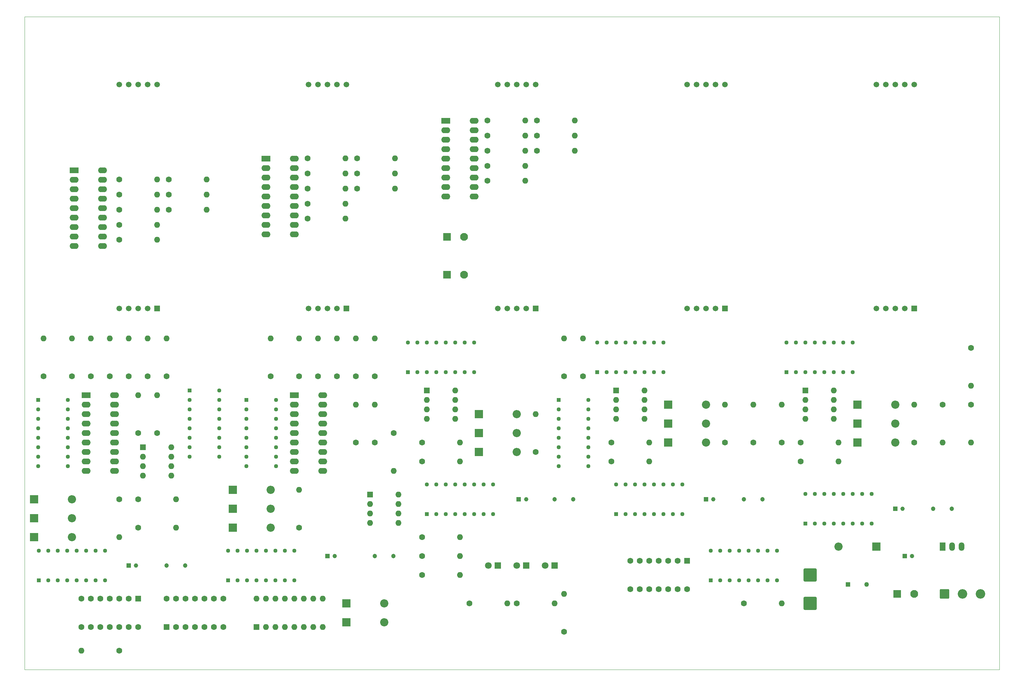
<source format=gtl>
G04 #@! TF.GenerationSoftware,KiCad,Pcbnew,(6.0.4)*
G04 #@! TF.CreationDate,2022-04-26T08:41:27+02:00*
G04 #@! TF.ProjectId,Kniffel_V1,4b6e6966-6665-46c5-9f56-312e6b696361,rev?*
G04 #@! TF.SameCoordinates,Original*
G04 #@! TF.FileFunction,Copper,L1,Top*
G04 #@! TF.FilePolarity,Positive*
%FSLAX46Y46*%
G04 Gerber Fmt 4.6, Leading zero omitted, Abs format (unit mm)*
G04 Created by KiCad (PCBNEW (6.0.4)) date 2022-04-26 08:41:27*
%MOMM*%
%LPD*%
G01*
G04 APERTURE LIST*
G04 Aperture macros list*
%AMRoundRect*
0 Rectangle with rounded corners*
0 $1 Rounding radius*
0 $2 $3 $4 $5 $6 $7 $8 $9 X,Y pos of 4 corners*
0 Add a 4 corners polygon primitive as box body*
4,1,4,$2,$3,$4,$5,$6,$7,$8,$9,$2,$3,0*
0 Add four circle primitives for the rounded corners*
1,1,$1+$1,$2,$3*
1,1,$1+$1,$4,$5*
1,1,$1+$1,$6,$7*
1,1,$1+$1,$8,$9*
0 Add four rect primitives between the rounded corners*
20,1,$1+$1,$2,$3,$4,$5,0*
20,1,$1+$1,$4,$5,$6,$7,0*
20,1,$1+$1,$6,$7,$8,$9,0*
20,1,$1+$1,$8,$9,$2,$3,0*%
G04 Aperture macros list end*
G04 #@! TA.AperFunction,Profile*
%ADD10C,0.100000*%
G04 #@! TD*
G04 #@! TA.AperFunction,ComponentPad*
%ADD11C,1.600000*%
G04 #@! TD*
G04 #@! TA.AperFunction,ComponentPad*
%ADD12O,1.600000X1.600000*%
G04 #@! TD*
G04 #@! TA.AperFunction,ComponentPad*
%ADD13RoundRect,0.250002X-1.499998X-1.499998X1.499998X-1.499998X1.499998X1.499998X-1.499998X1.499998X0*%
G04 #@! TD*
G04 #@! TA.AperFunction,ComponentPad*
%ADD14R,1.130000X1.130000*%
G04 #@! TD*
G04 #@! TA.AperFunction,ComponentPad*
%ADD15C,1.130000*%
G04 #@! TD*
G04 #@! TA.AperFunction,ComponentPad*
%ADD16RoundRect,0.250001X-0.799999X-0.799999X0.799999X-0.799999X0.799999X0.799999X-0.799999X0.799999X0*%
G04 #@! TD*
G04 #@! TA.AperFunction,ComponentPad*
%ADD17C,2.100000*%
G04 #@! TD*
G04 #@! TA.AperFunction,ComponentPad*
%ADD18R,2.400000X1.600000*%
G04 #@! TD*
G04 #@! TA.AperFunction,ComponentPad*
%ADD19O,2.400000X1.600000*%
G04 #@! TD*
G04 #@! TA.AperFunction,ComponentPad*
%ADD20R,2.200000X2.200000*%
G04 #@! TD*
G04 #@! TA.AperFunction,ComponentPad*
%ADD21O,2.200000X2.200000*%
G04 #@! TD*
G04 #@! TA.AperFunction,ComponentPad*
%ADD22R,1.600000X1.600000*%
G04 #@! TD*
G04 #@! TA.AperFunction,ComponentPad*
%ADD23C,1.200000*%
G04 #@! TD*
G04 #@! TA.AperFunction,ComponentPad*
%ADD24RoundRect,0.249999X-1.025001X-1.025001X1.025001X-1.025001X1.025001X1.025001X-1.025001X1.025001X0*%
G04 #@! TD*
G04 #@! TA.AperFunction,ComponentPad*
%ADD25C,2.550000*%
G04 #@! TD*
G04 #@! TA.AperFunction,ComponentPad*
%ADD26R,1.150000X1.150000*%
G04 #@! TD*
G04 #@! TA.AperFunction,ComponentPad*
%ADD27C,1.150000*%
G04 #@! TD*
G04 #@! TA.AperFunction,ComponentPad*
%ADD28R,1.500000X2.300000*%
G04 #@! TD*
G04 #@! TA.AperFunction,ComponentPad*
%ADD29O,1.500000X2.300000*%
G04 #@! TD*
G04 #@! TA.AperFunction,ComponentPad*
%ADD30R,1.275000X1.275000*%
G04 #@! TD*
G04 #@! TA.AperFunction,ComponentPad*
%ADD31C,1.275000*%
G04 #@! TD*
G04 #@! TA.AperFunction,ComponentPad*
%ADD32R,1.800000X1.800000*%
G04 #@! TD*
G04 #@! TA.AperFunction,ComponentPad*
%ADD33C,1.800000*%
G04 #@! TD*
G04 #@! TA.AperFunction,ComponentPad*
%ADD34R,1.500000X1.500000*%
G04 #@! TD*
G04 #@! TA.AperFunction,ComponentPad*
%ADD35C,1.500000*%
G04 #@! TD*
G04 APERTURE END LIST*
D10*
X289560000Y-20320000D02*
X289560000Y-195580000D01*
X27940000Y-20320000D02*
X289560000Y-20320000D01*
X27940000Y-195580000D02*
X27940000Y-20320000D01*
X289560000Y-195580000D02*
X27940000Y-195580000D01*
X289560000Y-180340000D02*
X289560000Y-180340000D01*
D11*
X152155000Y-60370000D03*
D12*
X162315000Y-60370000D03*
D11*
X66650000Y-64050000D03*
D12*
X76810000Y-64050000D03*
D11*
X93980000Y-116840000D03*
D12*
X93980000Y-106680000D03*
D13*
X238760000Y-170180000D03*
D11*
X185420000Y-134620000D03*
D12*
X195580000Y-134620000D03*
D11*
X106680000Y-116840000D03*
D12*
X106680000Y-106680000D03*
D14*
X87470000Y-123190000D03*
D15*
X87470000Y-125730000D03*
X87470000Y-128270000D03*
X87470000Y-130810000D03*
X87470000Y-133350000D03*
X87470000Y-135890000D03*
X87470000Y-138430000D03*
X87470000Y-140970000D03*
X95410000Y-140970000D03*
X95410000Y-138430000D03*
X95410000Y-135890000D03*
X95410000Y-133350000D03*
X95410000Y-130810000D03*
X95410000Y-128270000D03*
X95410000Y-125730000D03*
X95410000Y-123190000D03*
D16*
X141305000Y-89570000D03*
D17*
X145905000Y-89570000D03*
D11*
X101600000Y-157480000D03*
D12*
X101600000Y-147320000D03*
D18*
X100315000Y-121930000D03*
D19*
X100315000Y-124470000D03*
X100315000Y-127010000D03*
X100315000Y-129550000D03*
X100315000Y-132090000D03*
X100315000Y-134630000D03*
X100315000Y-137170000D03*
X100315000Y-139710000D03*
X100315000Y-142250000D03*
X107935000Y-142250000D03*
X107935000Y-139710000D03*
X107935000Y-137170000D03*
X107935000Y-134630000D03*
X107935000Y-132090000D03*
X107935000Y-129550000D03*
X107935000Y-127010000D03*
X107935000Y-124470000D03*
X107935000Y-121930000D03*
D16*
X141305000Y-79410000D03*
D17*
X145905000Y-79410000D03*
D11*
X266700000Y-134620000D03*
D12*
X266700000Y-124460000D03*
D11*
X58420000Y-157480000D03*
D12*
X68580000Y-157480000D03*
D11*
X147320000Y-177800000D03*
D12*
X157480000Y-177800000D03*
D11*
X53340000Y-76200000D03*
D12*
X63500000Y-76200000D03*
D11*
X103895000Y-62430000D03*
D12*
X114055000Y-62430000D03*
D11*
X165100000Y-137160000D03*
D12*
X165100000Y-127000000D03*
D11*
X66040000Y-116840000D03*
D12*
X66040000Y-106680000D03*
D11*
X215900000Y-134620000D03*
D12*
X215900000Y-124460000D03*
D11*
X58420000Y-149860000D03*
D12*
X68580000Y-149860000D03*
D20*
X114300000Y-182880000D03*
D21*
X124460000Y-182880000D03*
D14*
X130810000Y-115730000D03*
D15*
X133350000Y-115730000D03*
X135890000Y-115730000D03*
X138430000Y-115730000D03*
X140970000Y-115730000D03*
X143510000Y-115730000D03*
X146050000Y-115730000D03*
X148590000Y-115730000D03*
X148590000Y-107790000D03*
X146050000Y-107790000D03*
X143510000Y-107790000D03*
X140970000Y-107790000D03*
X138430000Y-107790000D03*
X135890000Y-107790000D03*
X133350000Y-107790000D03*
X130810000Y-107790000D03*
D22*
X120660000Y-148600000D03*
D12*
X120660000Y-151140000D03*
X120660000Y-153680000D03*
X120660000Y-156220000D03*
X128280000Y-156220000D03*
X128280000Y-153680000D03*
X128280000Y-151140000D03*
X128280000Y-148600000D03*
D23*
X66040000Y-167640000D03*
X71040000Y-167640000D03*
D20*
X200660000Y-124460000D03*
D21*
X210820000Y-124460000D03*
D14*
X232410000Y-115730000D03*
D15*
X234950000Y-115730000D03*
X237490000Y-115730000D03*
X240030000Y-115730000D03*
X242570000Y-115730000D03*
X245110000Y-115730000D03*
X247650000Y-115730000D03*
X250190000Y-115730000D03*
X250190000Y-107790000D03*
X247650000Y-107790000D03*
X245110000Y-107790000D03*
X242570000Y-107790000D03*
X240030000Y-107790000D03*
X237490000Y-107790000D03*
X234950000Y-107790000D03*
X232410000Y-107790000D03*
D11*
X152155000Y-56320000D03*
D12*
X162315000Y-56320000D03*
D20*
X256540000Y-162560000D03*
D21*
X246380000Y-162560000D03*
D14*
X31590000Y-123190000D03*
D15*
X31590000Y-125730000D03*
X31590000Y-128270000D03*
X31590000Y-130810000D03*
X31590000Y-133350000D03*
X31590000Y-135890000D03*
X31590000Y-138430000D03*
X31590000Y-140970000D03*
X39530000Y-140970000D03*
X39530000Y-138430000D03*
X39530000Y-135890000D03*
X39530000Y-133350000D03*
X39530000Y-130810000D03*
X39530000Y-128270000D03*
X39530000Y-125730000D03*
X39530000Y-123190000D03*
D20*
X30480000Y-160020000D03*
D21*
X40640000Y-160020000D03*
D22*
X186700000Y-120660000D03*
D12*
X186700000Y-123200000D03*
X186700000Y-125740000D03*
X186700000Y-128280000D03*
X194320000Y-128280000D03*
X194320000Y-125740000D03*
X194320000Y-123200000D03*
X194320000Y-120660000D03*
D24*
X274880000Y-175260000D03*
D25*
X279680000Y-175260000D03*
X284480000Y-175260000D03*
D23*
X271780000Y-152400000D03*
X276780000Y-152400000D03*
D11*
X50800000Y-116840000D03*
D12*
X50800000Y-106680000D03*
D20*
X149860000Y-137160000D03*
D21*
X160020000Y-137160000D03*
D14*
X82550000Y-171610000D03*
D15*
X85090000Y-171610000D03*
X87630000Y-171610000D03*
X90170000Y-171610000D03*
X92710000Y-171610000D03*
X95250000Y-171610000D03*
X97790000Y-171610000D03*
X100330000Y-171610000D03*
X100330000Y-163670000D03*
X97790000Y-163670000D03*
X95250000Y-163670000D03*
X92710000Y-163670000D03*
X90170000Y-163670000D03*
X87630000Y-163670000D03*
X85090000Y-163670000D03*
X82550000Y-163670000D03*
D20*
X83820000Y-157480000D03*
D21*
X93980000Y-157480000D03*
D11*
X101600000Y-116840000D03*
D12*
X101600000Y-106680000D03*
D18*
X140955000Y-48270000D03*
D19*
X140955000Y-50810000D03*
X140955000Y-53350000D03*
X140955000Y-55890000D03*
X140955000Y-58430000D03*
X140955000Y-60970000D03*
X140955000Y-63510000D03*
X140955000Y-66050000D03*
X140955000Y-68590000D03*
X148575000Y-68590000D03*
X148575000Y-66050000D03*
X148575000Y-63510000D03*
X148575000Y-60970000D03*
X148575000Y-58430000D03*
X148575000Y-55890000D03*
X148575000Y-53350000D03*
X148575000Y-50810000D03*
X148575000Y-48270000D03*
D11*
X121920000Y-134620000D03*
D12*
X121920000Y-124460000D03*
D11*
X116840000Y-116840000D03*
D12*
X116840000Y-106680000D03*
D14*
X171290000Y-123190000D03*
D15*
X171290000Y-125730000D03*
X171290000Y-128270000D03*
X171290000Y-130810000D03*
X171290000Y-133350000D03*
X171290000Y-135890000D03*
X171290000Y-138430000D03*
X171290000Y-140970000D03*
X179230000Y-140970000D03*
X179230000Y-138430000D03*
X179230000Y-135890000D03*
X179230000Y-133350000D03*
X179230000Y-130810000D03*
X179230000Y-128270000D03*
X179230000Y-125730000D03*
X179230000Y-123190000D03*
D11*
X66650000Y-68100000D03*
D12*
X76810000Y-68100000D03*
D11*
X172720000Y-116840000D03*
D12*
X172720000Y-106680000D03*
D11*
X116840000Y-134620000D03*
D12*
X116840000Y-124460000D03*
D11*
X103895000Y-70530000D03*
D12*
X114055000Y-70530000D03*
D11*
X165465000Y-56320000D03*
D12*
X175625000Y-56320000D03*
D11*
X103895000Y-66480000D03*
D12*
X114055000Y-66480000D03*
D11*
X117205000Y-66480000D03*
D12*
X127365000Y-66480000D03*
D20*
X251460000Y-134620000D03*
D21*
X261620000Y-134620000D03*
D18*
X92695000Y-58430000D03*
D19*
X92695000Y-60970000D03*
X92695000Y-63510000D03*
X92695000Y-66050000D03*
X92695000Y-68590000D03*
X92695000Y-71130000D03*
X92695000Y-73670000D03*
X92695000Y-76210000D03*
X92695000Y-78750000D03*
X100315000Y-78750000D03*
X100315000Y-76210000D03*
X100315000Y-73670000D03*
X100315000Y-71130000D03*
X100315000Y-68590000D03*
X100315000Y-66050000D03*
X100315000Y-63510000D03*
X100315000Y-60970000D03*
X100315000Y-58430000D03*
D13*
X238760000Y-177800000D03*
D26*
X264160000Y-165100000D03*
D27*
X266160000Y-165100000D03*
D11*
X103895000Y-58380000D03*
D12*
X114055000Y-58380000D03*
D11*
X165465000Y-52270000D03*
D12*
X175625000Y-52270000D03*
D26*
X55880000Y-167640000D03*
D27*
X57880000Y-167640000D03*
D11*
X152155000Y-52270000D03*
D12*
X162315000Y-52270000D03*
D11*
X160020000Y-177800000D03*
D12*
X170180000Y-177800000D03*
D22*
X58450000Y-176530000D03*
D11*
X55910000Y-176530000D03*
X53370000Y-176530000D03*
X50830000Y-176530000D03*
X48290000Y-176530000D03*
X45750000Y-176530000D03*
X43210000Y-176530000D03*
X43210000Y-184150000D03*
X45750000Y-184150000D03*
X48290000Y-184150000D03*
X50830000Y-184150000D03*
X53370000Y-184150000D03*
X55910000Y-184150000D03*
X58450000Y-184150000D03*
X117205000Y-62430000D03*
D12*
X127365000Y-62430000D03*
D20*
X149860000Y-127000000D03*
D21*
X160020000Y-127000000D03*
D22*
X90185000Y-184140000D03*
D12*
X92725000Y-184140000D03*
X95265000Y-184140000D03*
X97805000Y-184140000D03*
X100345000Y-184140000D03*
X102885000Y-184140000D03*
X105425000Y-184140000D03*
X107965000Y-184140000D03*
X107965000Y-176520000D03*
X105425000Y-176520000D03*
X102885000Y-176520000D03*
X100345000Y-176520000D03*
X97805000Y-176520000D03*
X95265000Y-176520000D03*
X92725000Y-176520000D03*
X90185000Y-176520000D03*
D11*
X134620000Y-165100000D03*
D12*
X144780000Y-165100000D03*
D20*
X83820000Y-152400000D03*
D21*
X93980000Y-152400000D03*
D11*
X274320000Y-124460000D03*
D12*
X274320000Y-134620000D03*
D11*
X33020000Y-116840000D03*
D12*
X33020000Y-106680000D03*
D20*
X200660000Y-134620000D03*
D21*
X210820000Y-134620000D03*
D11*
X220980000Y-177800000D03*
D12*
X231140000Y-177800000D03*
D22*
X59700000Y-135900000D03*
D12*
X59700000Y-138440000D03*
X59700000Y-140980000D03*
X59700000Y-143520000D03*
X67320000Y-143520000D03*
X67320000Y-140980000D03*
X67320000Y-138440000D03*
X67320000Y-135900000D03*
D20*
X30480000Y-154940000D03*
D21*
X40640000Y-154940000D03*
D14*
X31750000Y-171610000D03*
D15*
X34290000Y-171610000D03*
X36830000Y-171610000D03*
X39370000Y-171610000D03*
X41910000Y-171610000D03*
X44450000Y-171610000D03*
X46990000Y-171610000D03*
X49530000Y-171610000D03*
X49530000Y-163670000D03*
X46990000Y-163670000D03*
X44450000Y-163670000D03*
X41910000Y-163670000D03*
X39370000Y-163670000D03*
X36830000Y-163670000D03*
X34290000Y-163670000D03*
X31750000Y-163670000D03*
D11*
X60960000Y-116840000D03*
D12*
X60960000Y-106680000D03*
D11*
X134620000Y-160020000D03*
D12*
X144780000Y-160020000D03*
D26*
X210820000Y-149860000D03*
D27*
X212820000Y-149860000D03*
D11*
X281940000Y-124460000D03*
D12*
X281940000Y-134620000D03*
D26*
X261620000Y-152400000D03*
D27*
X263620000Y-152400000D03*
D11*
X53340000Y-80250000D03*
D12*
X63500000Y-80250000D03*
D11*
X58420000Y-132080000D03*
D12*
X58420000Y-121920000D03*
D11*
X53340000Y-72150000D03*
D12*
X63500000Y-72150000D03*
D11*
X177800000Y-116840000D03*
D12*
X177800000Y-106680000D03*
D18*
X41285000Y-61570000D03*
D19*
X41285000Y-64110000D03*
X41285000Y-66650000D03*
X41285000Y-69190000D03*
X41285000Y-71730000D03*
X41285000Y-74270000D03*
X41285000Y-76810000D03*
X41285000Y-79350000D03*
X41285000Y-81890000D03*
X48905000Y-81890000D03*
X48905000Y-79350000D03*
X48905000Y-76810000D03*
X48905000Y-74270000D03*
X48905000Y-71730000D03*
X48905000Y-69190000D03*
X48905000Y-66650000D03*
X48905000Y-64110000D03*
X48905000Y-61570000D03*
D11*
X281940000Y-109220000D03*
D12*
X281940000Y-119380000D03*
D11*
X40640000Y-116840000D03*
D12*
X40640000Y-106680000D03*
D11*
X172720000Y-185420000D03*
D12*
X172720000Y-175260000D03*
D11*
X111760000Y-116840000D03*
D12*
X111760000Y-106680000D03*
D14*
X186690000Y-153830000D03*
D15*
X189230000Y-153830000D03*
X191770000Y-153830000D03*
X194310000Y-153830000D03*
X196850000Y-153830000D03*
X199390000Y-153830000D03*
X201930000Y-153830000D03*
X204470000Y-153830000D03*
X204470000Y-145890000D03*
X201930000Y-145890000D03*
X199390000Y-145890000D03*
X196850000Y-145890000D03*
X194310000Y-145890000D03*
X191770000Y-145890000D03*
X189230000Y-145890000D03*
X186690000Y-145890000D03*
D14*
X212090000Y-171610000D03*
D15*
X214630000Y-171610000D03*
X217170000Y-171610000D03*
X219710000Y-171610000D03*
X222250000Y-171610000D03*
X224790000Y-171610000D03*
X227330000Y-171610000D03*
X229870000Y-171610000D03*
X229870000Y-163670000D03*
X227330000Y-163670000D03*
X224790000Y-163670000D03*
X222250000Y-163670000D03*
X219710000Y-163670000D03*
X217170000Y-163670000D03*
X214630000Y-163670000D03*
X212090000Y-163670000D03*
D28*
X274320000Y-162560000D03*
D29*
X276860000Y-162560000D03*
X279400000Y-162560000D03*
D20*
X251460000Y-129540000D03*
D21*
X261620000Y-129540000D03*
D16*
X262100000Y-175260000D03*
D17*
X266700000Y-175260000D03*
D14*
X181610000Y-115730000D03*
D15*
X184150000Y-115730000D03*
X186690000Y-115730000D03*
X189230000Y-115730000D03*
X191770000Y-115730000D03*
X194310000Y-115730000D03*
X196850000Y-115730000D03*
X199390000Y-115730000D03*
X199390000Y-107790000D03*
X196850000Y-107790000D03*
X194310000Y-107790000D03*
X191770000Y-107790000D03*
X189230000Y-107790000D03*
X186690000Y-107790000D03*
X184150000Y-107790000D03*
X181610000Y-107790000D03*
D22*
X237500000Y-120660000D03*
D12*
X237500000Y-123200000D03*
X237500000Y-125740000D03*
X237500000Y-128280000D03*
X245120000Y-128280000D03*
X245120000Y-125740000D03*
X245120000Y-123200000D03*
X245120000Y-120660000D03*
D22*
X66010000Y-184150000D03*
D11*
X68550000Y-184150000D03*
X71090000Y-184150000D03*
X73630000Y-184150000D03*
X76170000Y-184150000D03*
X78710000Y-184150000D03*
X81250000Y-184150000D03*
X81250000Y-176530000D03*
X78710000Y-176530000D03*
X76170000Y-176530000D03*
X73630000Y-176530000D03*
X71090000Y-176530000D03*
X68550000Y-176530000D03*
X66010000Y-176530000D03*
D23*
X121920000Y-165100000D03*
X126920000Y-165100000D03*
D20*
X30480000Y-149860000D03*
D21*
X40640000Y-149860000D03*
D11*
X53340000Y-149860000D03*
D12*
X53340000Y-160020000D03*
D23*
X170180000Y-149860000D03*
X175180000Y-149860000D03*
D11*
X45720000Y-116840000D03*
D12*
X45720000Y-106680000D03*
D11*
X236220000Y-134620000D03*
D12*
X246380000Y-134620000D03*
D26*
X160560000Y-149860000D03*
D27*
X162560000Y-149860000D03*
D20*
X251460000Y-124460000D03*
D21*
X261620000Y-124460000D03*
D11*
X134620000Y-170180000D03*
D12*
X144780000Y-170180000D03*
D22*
X205770000Y-166370000D03*
D11*
X203230000Y-166370000D03*
X200690000Y-166370000D03*
X198150000Y-166370000D03*
X195610000Y-166370000D03*
X193070000Y-166370000D03*
X190530000Y-166370000D03*
X190530000Y-173990000D03*
X193070000Y-173990000D03*
X195610000Y-173990000D03*
X198150000Y-173990000D03*
X200690000Y-173990000D03*
X203230000Y-173990000D03*
X205770000Y-173990000D03*
X53340000Y-68100000D03*
D12*
X63500000Y-68100000D03*
D14*
X72230000Y-120650000D03*
D15*
X72230000Y-123190000D03*
X72230000Y-125730000D03*
X72230000Y-128270000D03*
X72230000Y-130810000D03*
X72230000Y-133350000D03*
X72230000Y-135890000D03*
X72230000Y-138430000D03*
X80170000Y-138430000D03*
X80170000Y-135890000D03*
X80170000Y-133350000D03*
X80170000Y-130810000D03*
X80170000Y-128270000D03*
X80170000Y-125730000D03*
X80170000Y-123190000D03*
X80170000Y-120650000D03*
D11*
X236220000Y-139700000D03*
D12*
X246380000Y-139700000D03*
D26*
X109220000Y-165100000D03*
D27*
X111220000Y-165100000D03*
D11*
X66650000Y-72150000D03*
D12*
X76810000Y-72150000D03*
D20*
X83820000Y-147320000D03*
D21*
X93980000Y-147320000D03*
D11*
X63500000Y-132080000D03*
D12*
X63500000Y-121920000D03*
D11*
X231140000Y-134620000D03*
D12*
X231140000Y-124460000D03*
D11*
X223520000Y-134620000D03*
D12*
X223520000Y-124460000D03*
D20*
X200660000Y-129540000D03*
D21*
X210820000Y-129540000D03*
D11*
X117205000Y-58380000D03*
D12*
X127365000Y-58380000D03*
D30*
X248920000Y-172720000D03*
D31*
X253920000Y-172720000D03*
D11*
X127000000Y-132080000D03*
D12*
X127000000Y-142240000D03*
D11*
X165465000Y-48220000D03*
D12*
X175625000Y-48220000D03*
D11*
X55880000Y-116840000D03*
D12*
X55880000Y-106680000D03*
D23*
X220980000Y-149860000D03*
X225980000Y-149860000D03*
D11*
X53340000Y-64050000D03*
D12*
X63500000Y-64050000D03*
D11*
X134620000Y-134620000D03*
D12*
X144780000Y-134620000D03*
D11*
X185420000Y-139700000D03*
D12*
X195580000Y-139700000D03*
D11*
X134620000Y-139700000D03*
D12*
X144780000Y-139700000D03*
D20*
X149860000Y-132080000D03*
D21*
X160020000Y-132080000D03*
D14*
X237490000Y-156370000D03*
D15*
X240030000Y-156370000D03*
X242570000Y-156370000D03*
X245110000Y-156370000D03*
X247650000Y-156370000D03*
X250190000Y-156370000D03*
X252730000Y-156370000D03*
X255270000Y-156370000D03*
X255270000Y-148430000D03*
X252730000Y-148430000D03*
X250190000Y-148430000D03*
X247650000Y-148430000D03*
X245110000Y-148430000D03*
X242570000Y-148430000D03*
X240030000Y-148430000D03*
X237490000Y-148430000D03*
D18*
X44435000Y-121930000D03*
D19*
X44435000Y-124470000D03*
X44435000Y-127010000D03*
X44435000Y-129550000D03*
X44435000Y-132090000D03*
X44435000Y-134630000D03*
X44435000Y-137170000D03*
X44435000Y-139710000D03*
X44435000Y-142250000D03*
X52055000Y-142250000D03*
X52055000Y-139710000D03*
X52055000Y-137170000D03*
X52055000Y-134630000D03*
X52055000Y-132090000D03*
X52055000Y-129550000D03*
X52055000Y-127010000D03*
X52055000Y-124470000D03*
X52055000Y-121930000D03*
D11*
X152155000Y-48220000D03*
D12*
X162315000Y-48220000D03*
D11*
X103895000Y-74580000D03*
D12*
X114055000Y-74580000D03*
D14*
X135890000Y-153830000D03*
D15*
X138430000Y-153830000D03*
X140970000Y-153830000D03*
X143510000Y-153830000D03*
X146050000Y-153830000D03*
X148590000Y-153830000D03*
X151130000Y-153830000D03*
X153670000Y-153830000D03*
X153670000Y-145890000D03*
X151130000Y-145890000D03*
X148590000Y-145890000D03*
X146050000Y-145890000D03*
X143510000Y-145890000D03*
X140970000Y-145890000D03*
X138430000Y-145890000D03*
X135890000Y-145890000D03*
D20*
X114300000Y-177800000D03*
D21*
X124460000Y-177800000D03*
D22*
X135900000Y-120660000D03*
D12*
X135900000Y-123200000D03*
X135900000Y-125740000D03*
X135900000Y-128280000D03*
X143520000Y-128280000D03*
X143520000Y-125740000D03*
X143520000Y-123200000D03*
X143520000Y-120660000D03*
D11*
X152155000Y-64420000D03*
D12*
X162315000Y-64420000D03*
D11*
X121920000Y-116840000D03*
D12*
X121920000Y-106680000D03*
D32*
X170180000Y-167640000D03*
D33*
X167640000Y-167640000D03*
D11*
X53340000Y-190500000D03*
D12*
X43180000Y-190500000D03*
D32*
X162560000Y-167640000D03*
D33*
X160020000Y-167640000D03*
D34*
X63500000Y-98630000D03*
D35*
X60960000Y-98630000D03*
X58420000Y-98630000D03*
X55880000Y-98630000D03*
X53340000Y-98630000D03*
X53340000Y-38530000D03*
X55880000Y-38530000D03*
X58420000Y-38530000D03*
X60960000Y-38530000D03*
X63500000Y-38530000D03*
D32*
X154940000Y-167640000D03*
D33*
X152400000Y-167640000D03*
D34*
X114300000Y-98630000D03*
D35*
X111760000Y-98630000D03*
X109220000Y-98630000D03*
X106680000Y-98630000D03*
X104140000Y-98630000D03*
X104140000Y-38530000D03*
X106680000Y-38530000D03*
X109220000Y-38530000D03*
X111760000Y-38530000D03*
X114300000Y-38530000D03*
D34*
X215900000Y-98630000D03*
D35*
X213360000Y-98630000D03*
X210820000Y-98630000D03*
X208280000Y-98630000D03*
X205740000Y-98630000D03*
X205740000Y-38530000D03*
X208280000Y-38530000D03*
X210820000Y-38530000D03*
X213360000Y-38530000D03*
X215900000Y-38530000D03*
D34*
X266700000Y-98630000D03*
D35*
X264160000Y-98630000D03*
X261620000Y-98630000D03*
X259080000Y-98630000D03*
X256540000Y-98630000D03*
X256540000Y-38530000D03*
X259080000Y-38530000D03*
X261620000Y-38530000D03*
X264160000Y-38530000D03*
X266700000Y-38530000D03*
D34*
X165100000Y-98630000D03*
D35*
X162560000Y-98630000D03*
X160020000Y-98630000D03*
X157480000Y-98630000D03*
X154940000Y-98630000D03*
X154940000Y-38530000D03*
X157480000Y-38530000D03*
X160020000Y-38530000D03*
X162560000Y-38530000D03*
X165100000Y-38530000D03*
M02*

</source>
